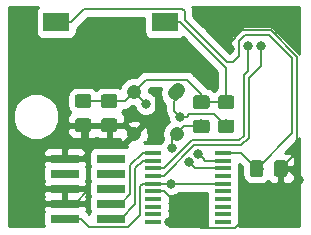
<source format=gbr>
G04 #@! TF.GenerationSoftware,KiCad,Pcbnew,(5.0.0)*
G04 #@! TF.CreationDate,2018-09-26T10:31:33+02:00*
G04 #@! TF.ProjectId,OpenThermalCamera,4F70656E546865726D616C43616D6572,rev?*
G04 #@! TF.SameCoordinates,Original*
G04 #@! TF.FileFunction,Copper,L2,Bot,Signal*
G04 #@! TF.FilePolarity,Positive*
%FSLAX46Y46*%
G04 Gerber Fmt 4.6, Leading zero omitted, Abs format (unit mm)*
G04 Created by KiCad (PCBNEW (5.0.0)) date 09/26/18 10:31:33*
%MOMM*%
%LPD*%
G01*
G04 APERTURE LIST*
G04 #@! TA.AperFunction,SMDPad,CuDef*
%ADD10R,2.180000X1.600000*%
G04 #@! TD*
G04 #@! TA.AperFunction,Conductor*
%ADD11C,0.100000*%
G04 #@! TD*
G04 #@! TA.AperFunction,SMDPad,CuDef*
%ADD12C,1.150000*%
G04 #@! TD*
G04 #@! TA.AperFunction,SMDPad,CuDef*
%ADD13R,2.400000X0.740000*%
G04 #@! TD*
G04 #@! TA.AperFunction,SMDPad,CuDef*
%ADD14R,1.450000X0.450000*%
G04 #@! TD*
G04 #@! TA.AperFunction,ComponentPad*
%ADD15C,1.200000*%
G04 #@! TD*
G04 #@! TA.AperFunction,Conductor*
%ADD16C,1.200000*%
G04 #@! TD*
G04 #@! TA.AperFunction,ViaPad*
%ADD17C,0.800000*%
G04 #@! TD*
G04 #@! TA.AperFunction,Conductor*
%ADD18C,0.200000*%
G04 #@! TD*
G04 #@! TA.AperFunction,Conductor*
%ADD19C,0.254000*%
G04 #@! TD*
G04 APERTURE END LIST*
D10*
G04 #@! TO.P,SW1,1*
G04 #@! TO.N,/BOOT0*
X31710000Y-29000000D03*
G04 #@! TO.P,SW1,2*
G04 #@! TO.N,+3V3*
X40890000Y-29000000D03*
G04 #@! TD*
D11*
G04 #@! TO.N,+3V3*
G04 #@! TO.C,C5*
G36*
X34474505Y-35101204D02*
X34498773Y-35104804D01*
X34522572Y-35110765D01*
X34545671Y-35119030D01*
X34567850Y-35129520D01*
X34588893Y-35142132D01*
X34608599Y-35156747D01*
X34626777Y-35173223D01*
X34643253Y-35191401D01*
X34657868Y-35211107D01*
X34670480Y-35232150D01*
X34680970Y-35254329D01*
X34689235Y-35277428D01*
X34695196Y-35301227D01*
X34698796Y-35325495D01*
X34700000Y-35349999D01*
X34700000Y-36000001D01*
X34698796Y-36024505D01*
X34695196Y-36048773D01*
X34689235Y-36072572D01*
X34680970Y-36095671D01*
X34670480Y-36117850D01*
X34657868Y-36138893D01*
X34643253Y-36158599D01*
X34626777Y-36176777D01*
X34608599Y-36193253D01*
X34588893Y-36207868D01*
X34567850Y-36220480D01*
X34545671Y-36230970D01*
X34522572Y-36239235D01*
X34498773Y-36245196D01*
X34474505Y-36248796D01*
X34450001Y-36250000D01*
X33549999Y-36250000D01*
X33525495Y-36248796D01*
X33501227Y-36245196D01*
X33477428Y-36239235D01*
X33454329Y-36230970D01*
X33432150Y-36220480D01*
X33411107Y-36207868D01*
X33391401Y-36193253D01*
X33373223Y-36176777D01*
X33356747Y-36158599D01*
X33342132Y-36138893D01*
X33329520Y-36117850D01*
X33319030Y-36095671D01*
X33310765Y-36072572D01*
X33304804Y-36048773D01*
X33301204Y-36024505D01*
X33300000Y-36000001D01*
X33300000Y-35349999D01*
X33301204Y-35325495D01*
X33304804Y-35301227D01*
X33310765Y-35277428D01*
X33319030Y-35254329D01*
X33329520Y-35232150D01*
X33342132Y-35211107D01*
X33356747Y-35191401D01*
X33373223Y-35173223D01*
X33391401Y-35156747D01*
X33411107Y-35142132D01*
X33432150Y-35129520D01*
X33454329Y-35119030D01*
X33477428Y-35110765D01*
X33501227Y-35104804D01*
X33525495Y-35101204D01*
X33549999Y-35100000D01*
X34450001Y-35100000D01*
X34474505Y-35101204D01*
X34474505Y-35101204D01*
G37*
D12*
G04 #@! TD*
G04 #@! TO.P,C5,1*
G04 #@! TO.N,+3V3*
X34000000Y-35675000D03*
D11*
G04 #@! TO.N,GND*
G04 #@! TO.C,C5*
G36*
X34474505Y-37151204D02*
X34498773Y-37154804D01*
X34522572Y-37160765D01*
X34545671Y-37169030D01*
X34567850Y-37179520D01*
X34588893Y-37192132D01*
X34608599Y-37206747D01*
X34626777Y-37223223D01*
X34643253Y-37241401D01*
X34657868Y-37261107D01*
X34670480Y-37282150D01*
X34680970Y-37304329D01*
X34689235Y-37327428D01*
X34695196Y-37351227D01*
X34698796Y-37375495D01*
X34700000Y-37399999D01*
X34700000Y-38050001D01*
X34698796Y-38074505D01*
X34695196Y-38098773D01*
X34689235Y-38122572D01*
X34680970Y-38145671D01*
X34670480Y-38167850D01*
X34657868Y-38188893D01*
X34643253Y-38208599D01*
X34626777Y-38226777D01*
X34608599Y-38243253D01*
X34588893Y-38257868D01*
X34567850Y-38270480D01*
X34545671Y-38280970D01*
X34522572Y-38289235D01*
X34498773Y-38295196D01*
X34474505Y-38298796D01*
X34450001Y-38300000D01*
X33549999Y-38300000D01*
X33525495Y-38298796D01*
X33501227Y-38295196D01*
X33477428Y-38289235D01*
X33454329Y-38280970D01*
X33432150Y-38270480D01*
X33411107Y-38257868D01*
X33391401Y-38243253D01*
X33373223Y-38226777D01*
X33356747Y-38208599D01*
X33342132Y-38188893D01*
X33329520Y-38167850D01*
X33319030Y-38145671D01*
X33310765Y-38122572D01*
X33304804Y-38098773D01*
X33301204Y-38074505D01*
X33300000Y-38050001D01*
X33300000Y-37399999D01*
X33301204Y-37375495D01*
X33304804Y-37351227D01*
X33310765Y-37327428D01*
X33319030Y-37304329D01*
X33329520Y-37282150D01*
X33342132Y-37261107D01*
X33356747Y-37241401D01*
X33373223Y-37223223D01*
X33391401Y-37206747D01*
X33411107Y-37192132D01*
X33432150Y-37179520D01*
X33454329Y-37169030D01*
X33477428Y-37160765D01*
X33501227Y-37154804D01*
X33525495Y-37151204D01*
X33549999Y-37150000D01*
X34450001Y-37150000D01*
X34474505Y-37151204D01*
X34474505Y-37151204D01*
G37*
D12*
G04 #@! TD*
G04 #@! TO.P,C5,2*
G04 #@! TO.N,GND*
X34000000Y-37725000D03*
D11*
G04 #@! TO.N,GND*
G04 #@! TO.C,C4*
G36*
X36674505Y-37151204D02*
X36698773Y-37154804D01*
X36722572Y-37160765D01*
X36745671Y-37169030D01*
X36767850Y-37179520D01*
X36788893Y-37192132D01*
X36808599Y-37206747D01*
X36826777Y-37223223D01*
X36843253Y-37241401D01*
X36857868Y-37261107D01*
X36870480Y-37282150D01*
X36880970Y-37304329D01*
X36889235Y-37327428D01*
X36895196Y-37351227D01*
X36898796Y-37375495D01*
X36900000Y-37399999D01*
X36900000Y-38050001D01*
X36898796Y-38074505D01*
X36895196Y-38098773D01*
X36889235Y-38122572D01*
X36880970Y-38145671D01*
X36870480Y-38167850D01*
X36857868Y-38188893D01*
X36843253Y-38208599D01*
X36826777Y-38226777D01*
X36808599Y-38243253D01*
X36788893Y-38257868D01*
X36767850Y-38270480D01*
X36745671Y-38280970D01*
X36722572Y-38289235D01*
X36698773Y-38295196D01*
X36674505Y-38298796D01*
X36650001Y-38300000D01*
X35749999Y-38300000D01*
X35725495Y-38298796D01*
X35701227Y-38295196D01*
X35677428Y-38289235D01*
X35654329Y-38280970D01*
X35632150Y-38270480D01*
X35611107Y-38257868D01*
X35591401Y-38243253D01*
X35573223Y-38226777D01*
X35556747Y-38208599D01*
X35542132Y-38188893D01*
X35529520Y-38167850D01*
X35519030Y-38145671D01*
X35510765Y-38122572D01*
X35504804Y-38098773D01*
X35501204Y-38074505D01*
X35500000Y-38050001D01*
X35500000Y-37399999D01*
X35501204Y-37375495D01*
X35504804Y-37351227D01*
X35510765Y-37327428D01*
X35519030Y-37304329D01*
X35529520Y-37282150D01*
X35542132Y-37261107D01*
X35556747Y-37241401D01*
X35573223Y-37223223D01*
X35591401Y-37206747D01*
X35611107Y-37192132D01*
X35632150Y-37179520D01*
X35654329Y-37169030D01*
X35677428Y-37160765D01*
X35701227Y-37154804D01*
X35725495Y-37151204D01*
X35749999Y-37150000D01*
X36650001Y-37150000D01*
X36674505Y-37151204D01*
X36674505Y-37151204D01*
G37*
D12*
G04 #@! TD*
G04 #@! TO.P,C4,2*
G04 #@! TO.N,GND*
X36200000Y-37725000D03*
D11*
G04 #@! TO.N,+3V3*
G04 #@! TO.C,C4*
G36*
X36674505Y-35101204D02*
X36698773Y-35104804D01*
X36722572Y-35110765D01*
X36745671Y-35119030D01*
X36767850Y-35129520D01*
X36788893Y-35142132D01*
X36808599Y-35156747D01*
X36826777Y-35173223D01*
X36843253Y-35191401D01*
X36857868Y-35211107D01*
X36870480Y-35232150D01*
X36880970Y-35254329D01*
X36889235Y-35277428D01*
X36895196Y-35301227D01*
X36898796Y-35325495D01*
X36900000Y-35349999D01*
X36900000Y-36000001D01*
X36898796Y-36024505D01*
X36895196Y-36048773D01*
X36889235Y-36072572D01*
X36880970Y-36095671D01*
X36870480Y-36117850D01*
X36857868Y-36138893D01*
X36843253Y-36158599D01*
X36826777Y-36176777D01*
X36808599Y-36193253D01*
X36788893Y-36207868D01*
X36767850Y-36220480D01*
X36745671Y-36230970D01*
X36722572Y-36239235D01*
X36698773Y-36245196D01*
X36674505Y-36248796D01*
X36650001Y-36250000D01*
X35749999Y-36250000D01*
X35725495Y-36248796D01*
X35701227Y-36245196D01*
X35677428Y-36239235D01*
X35654329Y-36230970D01*
X35632150Y-36220480D01*
X35611107Y-36207868D01*
X35591401Y-36193253D01*
X35573223Y-36176777D01*
X35556747Y-36158599D01*
X35542132Y-36138893D01*
X35529520Y-36117850D01*
X35519030Y-36095671D01*
X35510765Y-36072572D01*
X35504804Y-36048773D01*
X35501204Y-36024505D01*
X35500000Y-36000001D01*
X35500000Y-35349999D01*
X35501204Y-35325495D01*
X35504804Y-35301227D01*
X35510765Y-35277428D01*
X35519030Y-35254329D01*
X35529520Y-35232150D01*
X35542132Y-35211107D01*
X35556747Y-35191401D01*
X35573223Y-35173223D01*
X35591401Y-35156747D01*
X35611107Y-35142132D01*
X35632150Y-35129520D01*
X35654329Y-35119030D01*
X35677428Y-35110765D01*
X35701227Y-35104804D01*
X35725495Y-35101204D01*
X35749999Y-35100000D01*
X36650001Y-35100000D01*
X36674505Y-35101204D01*
X36674505Y-35101204D01*
G37*
D12*
G04 #@! TD*
G04 #@! TO.P,C4,1*
G04 #@! TO.N,+3V3*
X36200000Y-35675000D03*
D13*
G04 #@! TO.P,J1,1*
G04 #@! TO.N,+3V3*
X32450000Y-45640000D03*
G04 #@! TO.P,J1,2*
G04 #@! TO.N,/SWDIO*
X36350000Y-45640000D03*
G04 #@! TO.P,J1,3*
G04 #@! TO.N,GND*
X32450000Y-44370000D03*
G04 #@! TO.P,J1,4*
G04 #@! TO.N,/SWDCLK*
X36350000Y-44370000D03*
G04 #@! TO.P,J1,5*
G04 #@! TO.N,GND*
X32450000Y-43100000D03*
G04 #@! TO.P,J1,6*
G04 #@! TO.N,Net-(J1-Pad6)*
X36350000Y-43100000D03*
G04 #@! TO.P,J1,7*
G04 #@! TO.N,Net-(J1-Pad7)*
X32450000Y-41830000D03*
G04 #@! TO.P,J1,8*
G04 #@! TO.N,Net-(J1-Pad8)*
X36350000Y-41830000D03*
G04 #@! TO.P,J1,9*
G04 #@! TO.N,GND*
X32450000Y-40560000D03*
G04 #@! TO.P,J1,10*
G04 #@! TO.N,Net-(J1-Pad10)*
X36350000Y-40560000D03*
G04 #@! TD*
D14*
G04 #@! TO.P,U3,1*
G04 #@! TO.N,/BOOT0*
X45850000Y-40075000D03*
G04 #@! TO.P,U3,2*
G04 #@! TO.N,/I2C_SDA*
X45850000Y-40725000D03*
G04 #@! TO.P,U3,3*
G04 #@! TO.N,/I2C_SCL*
X45850000Y-41375000D03*
G04 #@! TO.P,U3,4*
G04 #@! TO.N,Net-(U3-Pad4)*
X45850000Y-42025000D03*
G04 #@! TO.P,U3,5*
G04 #@! TO.N,+3V3*
X45850000Y-42675000D03*
G04 #@! TO.P,U3,6*
G04 #@! TO.N,Net-(U3-Pad6)*
X45850000Y-43325000D03*
G04 #@! TO.P,U3,7*
G04 #@! TO.N,Net-(U3-Pad7)*
X45850000Y-43975000D03*
G04 #@! TO.P,U3,8*
G04 #@! TO.N,Net-(U3-Pad8)*
X45850000Y-44625000D03*
G04 #@! TO.P,U3,9*
G04 #@! TO.N,Net-(U3-Pad9)*
X45850000Y-45275000D03*
G04 #@! TO.P,U3,10*
G04 #@! TO.N,Net-(U3-Pad10)*
X45850000Y-45925000D03*
G04 #@! TO.P,U3,11*
G04 #@! TO.N,Net-(U3-Pad11)*
X39950000Y-45925000D03*
G04 #@! TO.P,U3,12*
G04 #@! TO.N,Net-(U3-Pad12)*
X39950000Y-45275000D03*
G04 #@! TO.P,U3,13*
G04 #@! TO.N,Net-(U3-Pad13)*
X39950000Y-44625000D03*
G04 #@! TO.P,U3,14*
G04 #@! TO.N,Net-(U3-Pad14)*
X39950000Y-43975000D03*
G04 #@! TO.P,U3,15*
G04 #@! TO.N,GND*
X39950000Y-43325000D03*
G04 #@! TO.P,U3,16*
G04 #@! TO.N,+3V3*
X39950000Y-42675000D03*
G04 #@! TO.P,U3,17*
G04 #@! TO.N,/USB_P*
X39950000Y-42025000D03*
G04 #@! TO.P,U3,18*
G04 #@! TO.N,/USB_N*
X39950000Y-41375000D03*
G04 #@! TO.P,U3,19*
G04 #@! TO.N,/SWDIO*
X39950000Y-40725000D03*
G04 #@! TO.P,U3,20*
G04 #@! TO.N,/SWDCLK*
X39950000Y-40075000D03*
G04 #@! TD*
D15*
G04 #@! TO.P,U1,1*
G04 #@! TO.N,/I2C_SDA*
X41900000Y-34900000D03*
D16*
G04 #@! TD*
G04 #@! TO.N,/I2C_SDA*
G04 #@! TO.C,U1*
X42041421Y-34758579D02*
X41758579Y-35041421D01*
D15*
G04 #@! TO.P,U1,2*
G04 #@! TO.N,+3V3*
X38307898Y-34900000D03*
D16*
G04 #@! TD*
G04 #@! TO.N,+3V3*
G04 #@! TO.C,U1*
X38307898Y-34900000D02*
X38307898Y-34900000D01*
D15*
G04 #@! TO.P,U1,3*
G04 #@! TO.N,GND*
X38307898Y-38492102D03*
D16*
G04 #@! TD*
G04 #@! TO.N,GND*
G04 #@! TO.C,U1*
X38307898Y-38492102D02*
X38307898Y-38492102D01*
D15*
G04 #@! TO.P,U1,4*
G04 #@! TO.N,/I2C_SCL*
X41900000Y-38492102D03*
D16*
G04 #@! TD*
G04 #@! TO.N,/I2C_SCL*
G04 #@! TO.C,U1*
X41900000Y-38492102D02*
X41900000Y-38492102D01*
D11*
G04 #@! TO.N,+3V3*
G04 #@! TO.C,R3*
G36*
X44474505Y-35201204D02*
X44498773Y-35204804D01*
X44522572Y-35210765D01*
X44545671Y-35219030D01*
X44567850Y-35229520D01*
X44588893Y-35242132D01*
X44608599Y-35256747D01*
X44626777Y-35273223D01*
X44643253Y-35291401D01*
X44657868Y-35311107D01*
X44670480Y-35332150D01*
X44680970Y-35354329D01*
X44689235Y-35377428D01*
X44695196Y-35401227D01*
X44698796Y-35425495D01*
X44700000Y-35449999D01*
X44700000Y-36100001D01*
X44698796Y-36124505D01*
X44695196Y-36148773D01*
X44689235Y-36172572D01*
X44680970Y-36195671D01*
X44670480Y-36217850D01*
X44657868Y-36238893D01*
X44643253Y-36258599D01*
X44626777Y-36276777D01*
X44608599Y-36293253D01*
X44588893Y-36307868D01*
X44567850Y-36320480D01*
X44545671Y-36330970D01*
X44522572Y-36339235D01*
X44498773Y-36345196D01*
X44474505Y-36348796D01*
X44450001Y-36350000D01*
X43549999Y-36350000D01*
X43525495Y-36348796D01*
X43501227Y-36345196D01*
X43477428Y-36339235D01*
X43454329Y-36330970D01*
X43432150Y-36320480D01*
X43411107Y-36307868D01*
X43391401Y-36293253D01*
X43373223Y-36276777D01*
X43356747Y-36258599D01*
X43342132Y-36238893D01*
X43329520Y-36217850D01*
X43319030Y-36195671D01*
X43310765Y-36172572D01*
X43304804Y-36148773D01*
X43301204Y-36124505D01*
X43300000Y-36100001D01*
X43300000Y-35449999D01*
X43301204Y-35425495D01*
X43304804Y-35401227D01*
X43310765Y-35377428D01*
X43319030Y-35354329D01*
X43329520Y-35332150D01*
X43342132Y-35311107D01*
X43356747Y-35291401D01*
X43373223Y-35273223D01*
X43391401Y-35256747D01*
X43411107Y-35242132D01*
X43432150Y-35229520D01*
X43454329Y-35219030D01*
X43477428Y-35210765D01*
X43501227Y-35204804D01*
X43525495Y-35201204D01*
X43549999Y-35200000D01*
X44450001Y-35200000D01*
X44474505Y-35201204D01*
X44474505Y-35201204D01*
G37*
D12*
G04 #@! TD*
G04 #@! TO.P,R3,1*
G04 #@! TO.N,+3V3*
X44000000Y-35775000D03*
D11*
G04 #@! TO.N,/I2C_SCL*
G04 #@! TO.C,R3*
G36*
X44474505Y-37251204D02*
X44498773Y-37254804D01*
X44522572Y-37260765D01*
X44545671Y-37269030D01*
X44567850Y-37279520D01*
X44588893Y-37292132D01*
X44608599Y-37306747D01*
X44626777Y-37323223D01*
X44643253Y-37341401D01*
X44657868Y-37361107D01*
X44670480Y-37382150D01*
X44680970Y-37404329D01*
X44689235Y-37427428D01*
X44695196Y-37451227D01*
X44698796Y-37475495D01*
X44700000Y-37499999D01*
X44700000Y-38150001D01*
X44698796Y-38174505D01*
X44695196Y-38198773D01*
X44689235Y-38222572D01*
X44680970Y-38245671D01*
X44670480Y-38267850D01*
X44657868Y-38288893D01*
X44643253Y-38308599D01*
X44626777Y-38326777D01*
X44608599Y-38343253D01*
X44588893Y-38357868D01*
X44567850Y-38370480D01*
X44545671Y-38380970D01*
X44522572Y-38389235D01*
X44498773Y-38395196D01*
X44474505Y-38398796D01*
X44450001Y-38400000D01*
X43549999Y-38400000D01*
X43525495Y-38398796D01*
X43501227Y-38395196D01*
X43477428Y-38389235D01*
X43454329Y-38380970D01*
X43432150Y-38370480D01*
X43411107Y-38357868D01*
X43391401Y-38343253D01*
X43373223Y-38326777D01*
X43356747Y-38308599D01*
X43342132Y-38288893D01*
X43329520Y-38267850D01*
X43319030Y-38245671D01*
X43310765Y-38222572D01*
X43304804Y-38198773D01*
X43301204Y-38174505D01*
X43300000Y-38150001D01*
X43300000Y-37499999D01*
X43301204Y-37475495D01*
X43304804Y-37451227D01*
X43310765Y-37427428D01*
X43319030Y-37404329D01*
X43329520Y-37382150D01*
X43342132Y-37361107D01*
X43356747Y-37341401D01*
X43373223Y-37323223D01*
X43391401Y-37306747D01*
X43411107Y-37292132D01*
X43432150Y-37279520D01*
X43454329Y-37269030D01*
X43477428Y-37260765D01*
X43501227Y-37254804D01*
X43525495Y-37251204D01*
X43549999Y-37250000D01*
X44450001Y-37250000D01*
X44474505Y-37251204D01*
X44474505Y-37251204D01*
G37*
D12*
G04 #@! TD*
G04 #@! TO.P,R3,2*
G04 #@! TO.N,/I2C_SCL*
X44000000Y-37825000D03*
D11*
G04 #@! TO.N,/I2C_SDA*
G04 #@! TO.C,R2*
G36*
X46574505Y-37251204D02*
X46598773Y-37254804D01*
X46622572Y-37260765D01*
X46645671Y-37269030D01*
X46667850Y-37279520D01*
X46688893Y-37292132D01*
X46708599Y-37306747D01*
X46726777Y-37323223D01*
X46743253Y-37341401D01*
X46757868Y-37361107D01*
X46770480Y-37382150D01*
X46780970Y-37404329D01*
X46789235Y-37427428D01*
X46795196Y-37451227D01*
X46798796Y-37475495D01*
X46800000Y-37499999D01*
X46800000Y-38150001D01*
X46798796Y-38174505D01*
X46795196Y-38198773D01*
X46789235Y-38222572D01*
X46780970Y-38245671D01*
X46770480Y-38267850D01*
X46757868Y-38288893D01*
X46743253Y-38308599D01*
X46726777Y-38326777D01*
X46708599Y-38343253D01*
X46688893Y-38357868D01*
X46667850Y-38370480D01*
X46645671Y-38380970D01*
X46622572Y-38389235D01*
X46598773Y-38395196D01*
X46574505Y-38398796D01*
X46550001Y-38400000D01*
X45649999Y-38400000D01*
X45625495Y-38398796D01*
X45601227Y-38395196D01*
X45577428Y-38389235D01*
X45554329Y-38380970D01*
X45532150Y-38370480D01*
X45511107Y-38357868D01*
X45491401Y-38343253D01*
X45473223Y-38326777D01*
X45456747Y-38308599D01*
X45442132Y-38288893D01*
X45429520Y-38267850D01*
X45419030Y-38245671D01*
X45410765Y-38222572D01*
X45404804Y-38198773D01*
X45401204Y-38174505D01*
X45400000Y-38150001D01*
X45400000Y-37499999D01*
X45401204Y-37475495D01*
X45404804Y-37451227D01*
X45410765Y-37427428D01*
X45419030Y-37404329D01*
X45429520Y-37382150D01*
X45442132Y-37361107D01*
X45456747Y-37341401D01*
X45473223Y-37323223D01*
X45491401Y-37306747D01*
X45511107Y-37292132D01*
X45532150Y-37279520D01*
X45554329Y-37269030D01*
X45577428Y-37260765D01*
X45601227Y-37254804D01*
X45625495Y-37251204D01*
X45649999Y-37250000D01*
X46550001Y-37250000D01*
X46574505Y-37251204D01*
X46574505Y-37251204D01*
G37*
D12*
G04 #@! TD*
G04 #@! TO.P,R2,2*
G04 #@! TO.N,/I2C_SDA*
X46100000Y-37825000D03*
D11*
G04 #@! TO.N,+3V3*
G04 #@! TO.C,R2*
G36*
X46574505Y-35201204D02*
X46598773Y-35204804D01*
X46622572Y-35210765D01*
X46645671Y-35219030D01*
X46667850Y-35229520D01*
X46688893Y-35242132D01*
X46708599Y-35256747D01*
X46726777Y-35273223D01*
X46743253Y-35291401D01*
X46757868Y-35311107D01*
X46770480Y-35332150D01*
X46780970Y-35354329D01*
X46789235Y-35377428D01*
X46795196Y-35401227D01*
X46798796Y-35425495D01*
X46800000Y-35449999D01*
X46800000Y-36100001D01*
X46798796Y-36124505D01*
X46795196Y-36148773D01*
X46789235Y-36172572D01*
X46780970Y-36195671D01*
X46770480Y-36217850D01*
X46757868Y-36238893D01*
X46743253Y-36258599D01*
X46726777Y-36276777D01*
X46708599Y-36293253D01*
X46688893Y-36307868D01*
X46667850Y-36320480D01*
X46645671Y-36330970D01*
X46622572Y-36339235D01*
X46598773Y-36345196D01*
X46574505Y-36348796D01*
X46550001Y-36350000D01*
X45649999Y-36350000D01*
X45625495Y-36348796D01*
X45601227Y-36345196D01*
X45577428Y-36339235D01*
X45554329Y-36330970D01*
X45532150Y-36320480D01*
X45511107Y-36307868D01*
X45491401Y-36293253D01*
X45473223Y-36276777D01*
X45456747Y-36258599D01*
X45442132Y-36238893D01*
X45429520Y-36217850D01*
X45419030Y-36195671D01*
X45410765Y-36172572D01*
X45404804Y-36148773D01*
X45401204Y-36124505D01*
X45400000Y-36100001D01*
X45400000Y-35449999D01*
X45401204Y-35425495D01*
X45404804Y-35401227D01*
X45410765Y-35377428D01*
X45419030Y-35354329D01*
X45429520Y-35332150D01*
X45442132Y-35311107D01*
X45456747Y-35291401D01*
X45473223Y-35273223D01*
X45491401Y-35256747D01*
X45511107Y-35242132D01*
X45532150Y-35229520D01*
X45554329Y-35219030D01*
X45577428Y-35210765D01*
X45601227Y-35204804D01*
X45625495Y-35201204D01*
X45649999Y-35200000D01*
X46550001Y-35200000D01*
X46574505Y-35201204D01*
X46574505Y-35201204D01*
G37*
D12*
G04 #@! TD*
G04 #@! TO.P,R2,1*
G04 #@! TO.N,+3V3*
X46100000Y-35775000D03*
D11*
G04 #@! TO.N,/BOOT0*
G04 #@! TO.C,R1*
G36*
X49024505Y-40701204D02*
X49048773Y-40704804D01*
X49072572Y-40710765D01*
X49095671Y-40719030D01*
X49117850Y-40729520D01*
X49138893Y-40742132D01*
X49158599Y-40756747D01*
X49176777Y-40773223D01*
X49193253Y-40791401D01*
X49207868Y-40811107D01*
X49220480Y-40832150D01*
X49230970Y-40854329D01*
X49239235Y-40877428D01*
X49245196Y-40901227D01*
X49248796Y-40925495D01*
X49250000Y-40949999D01*
X49250000Y-41850001D01*
X49248796Y-41874505D01*
X49245196Y-41898773D01*
X49239235Y-41922572D01*
X49230970Y-41945671D01*
X49220480Y-41967850D01*
X49207868Y-41988893D01*
X49193253Y-42008599D01*
X49176777Y-42026777D01*
X49158599Y-42043253D01*
X49138893Y-42057868D01*
X49117850Y-42070480D01*
X49095671Y-42080970D01*
X49072572Y-42089235D01*
X49048773Y-42095196D01*
X49024505Y-42098796D01*
X49000001Y-42100000D01*
X48349999Y-42100000D01*
X48325495Y-42098796D01*
X48301227Y-42095196D01*
X48277428Y-42089235D01*
X48254329Y-42080970D01*
X48232150Y-42070480D01*
X48211107Y-42057868D01*
X48191401Y-42043253D01*
X48173223Y-42026777D01*
X48156747Y-42008599D01*
X48142132Y-41988893D01*
X48129520Y-41967850D01*
X48119030Y-41945671D01*
X48110765Y-41922572D01*
X48104804Y-41898773D01*
X48101204Y-41874505D01*
X48100000Y-41850001D01*
X48100000Y-40949999D01*
X48101204Y-40925495D01*
X48104804Y-40901227D01*
X48110765Y-40877428D01*
X48119030Y-40854329D01*
X48129520Y-40832150D01*
X48142132Y-40811107D01*
X48156747Y-40791401D01*
X48173223Y-40773223D01*
X48191401Y-40756747D01*
X48211107Y-40742132D01*
X48232150Y-40729520D01*
X48254329Y-40719030D01*
X48277428Y-40710765D01*
X48301227Y-40704804D01*
X48325495Y-40701204D01*
X48349999Y-40700000D01*
X49000001Y-40700000D01*
X49024505Y-40701204D01*
X49024505Y-40701204D01*
G37*
D12*
G04 #@! TD*
G04 #@! TO.P,R1,1*
G04 #@! TO.N,/BOOT0*
X48675000Y-41400000D03*
D11*
G04 #@! TO.N,GND*
G04 #@! TO.C,R1*
G36*
X51074505Y-40701204D02*
X51098773Y-40704804D01*
X51122572Y-40710765D01*
X51145671Y-40719030D01*
X51167850Y-40729520D01*
X51188893Y-40742132D01*
X51208599Y-40756747D01*
X51226777Y-40773223D01*
X51243253Y-40791401D01*
X51257868Y-40811107D01*
X51270480Y-40832150D01*
X51280970Y-40854329D01*
X51289235Y-40877428D01*
X51295196Y-40901227D01*
X51298796Y-40925495D01*
X51300000Y-40949999D01*
X51300000Y-41850001D01*
X51298796Y-41874505D01*
X51295196Y-41898773D01*
X51289235Y-41922572D01*
X51280970Y-41945671D01*
X51270480Y-41967850D01*
X51257868Y-41988893D01*
X51243253Y-42008599D01*
X51226777Y-42026777D01*
X51208599Y-42043253D01*
X51188893Y-42057868D01*
X51167850Y-42070480D01*
X51145671Y-42080970D01*
X51122572Y-42089235D01*
X51098773Y-42095196D01*
X51074505Y-42098796D01*
X51050001Y-42100000D01*
X50399999Y-42100000D01*
X50375495Y-42098796D01*
X50351227Y-42095196D01*
X50327428Y-42089235D01*
X50304329Y-42080970D01*
X50282150Y-42070480D01*
X50261107Y-42057868D01*
X50241401Y-42043253D01*
X50223223Y-42026777D01*
X50206747Y-42008599D01*
X50192132Y-41988893D01*
X50179520Y-41967850D01*
X50169030Y-41945671D01*
X50160765Y-41922572D01*
X50154804Y-41898773D01*
X50151204Y-41874505D01*
X50150000Y-41850001D01*
X50150000Y-40949999D01*
X50151204Y-40925495D01*
X50154804Y-40901227D01*
X50160765Y-40877428D01*
X50169030Y-40854329D01*
X50179520Y-40832150D01*
X50192132Y-40811107D01*
X50206747Y-40791401D01*
X50223223Y-40773223D01*
X50241401Y-40756747D01*
X50261107Y-40742132D01*
X50282150Y-40729520D01*
X50304329Y-40719030D01*
X50327428Y-40710765D01*
X50351227Y-40704804D01*
X50375495Y-40701204D01*
X50399999Y-40700000D01*
X51050001Y-40700000D01*
X51074505Y-40701204D01*
X51074505Y-40701204D01*
G37*
D12*
G04 #@! TD*
G04 #@! TO.P,R1,2*
G04 #@! TO.N,GND*
X50725000Y-41400000D03*
D17*
G04 #@! TO.N,/I2C_SCL*
X41500000Y-39700000D03*
X42984307Y-40884307D03*
G04 #@! TO.N,GND*
X41300000Y-45900000D03*
X44800000Y-28200000D03*
X46400000Y-31300000D03*
X52300000Y-42400000D03*
X40200000Y-35000000D03*
X51400000Y-29100000D03*
X29200000Y-45200000D03*
X34400000Y-39300000D03*
X44700000Y-33600000D03*
X38300000Y-31900000D03*
X30500000Y-32000000D03*
G04 #@! TO.N,+3V3*
X41400000Y-42700000D03*
X39307898Y-35900000D03*
G04 #@! TO.N,/I2C_SDA*
X42200000Y-37000000D03*
X43734307Y-40134307D03*
G04 #@! TO.N,/USB_P*
X49025000Y-31000000D03*
G04 #@! TO.N,/USB_N*
X47975000Y-31000000D03*
G04 #@! TD*
D18*
G04 #@! TO.N,/I2C_SCL*
X42567102Y-37825000D02*
X44000000Y-37825000D01*
X41900000Y-38492102D02*
X42567102Y-37825000D01*
X41500000Y-38892102D02*
X41900000Y-38492102D01*
X41500000Y-39700000D02*
X41500000Y-38892102D01*
X43475000Y-41375000D02*
X43384306Y-41284306D01*
X43384306Y-41284306D02*
X42984307Y-40884307D01*
X45850000Y-41375000D02*
X43475000Y-41375000D01*
G04 #@! TO.N,GND*
X44800000Y-28200000D02*
X44800000Y-28765685D01*
X44800000Y-28765685D02*
X44800000Y-29500000D01*
X44800000Y-29500000D02*
X46400000Y-31100000D01*
X46400000Y-31100000D02*
X46400000Y-31300000D01*
X50725000Y-41400000D02*
X51300000Y-41400000D01*
X51300000Y-41400000D02*
X52300000Y-42400000D01*
X40875000Y-43325000D02*
X39950000Y-43325000D01*
X44000001Y-46450001D02*
X40875000Y-43325000D01*
X46815001Y-46450001D02*
X44000001Y-46450001D01*
X50725000Y-42540002D02*
X46815001Y-46450001D01*
X50725000Y-41400000D02*
X50725000Y-42540002D01*
X34000000Y-38000000D02*
X34000000Y-37725000D01*
X34400000Y-38400000D02*
X34000000Y-38000000D01*
X32450000Y-44370000D02*
X33280000Y-44370000D01*
X33280000Y-44370000D02*
X34400000Y-43250000D01*
X34000000Y-37725000D02*
X36200000Y-37725000D01*
X37540796Y-37725000D02*
X38307898Y-38492102D01*
X36200000Y-37725000D02*
X37540796Y-37725000D01*
X34400000Y-40010000D02*
X34400000Y-39300000D01*
X33850000Y-40560000D02*
X34400000Y-40010000D01*
X32450000Y-40560000D02*
X33850000Y-40560000D01*
X34400000Y-38800000D02*
X34400000Y-38400000D01*
X33850000Y-43100000D02*
X34400000Y-43100000D01*
X32450000Y-43100000D02*
X33850000Y-43100000D01*
X34400000Y-43250000D02*
X34400000Y-43100000D01*
X34400000Y-43100000D02*
X34400000Y-38800000D01*
X49865689Y-29699989D02*
X52100000Y-31934300D01*
X52100000Y-40025000D02*
X51348372Y-40776628D01*
X51348372Y-40776628D02*
X50725000Y-41400000D01*
X52100000Y-31934300D02*
X52100000Y-40025000D01*
X47434326Y-29699989D02*
X49865689Y-29699989D01*
X46400000Y-30734315D02*
X47434326Y-29699989D01*
X46400000Y-31300000D02*
X46400000Y-30734315D01*
X40200000Y-36600000D02*
X38307898Y-38492102D01*
X40200000Y-35000000D02*
X40200000Y-36600000D01*
X34400000Y-39300000D02*
X34400000Y-38800000D01*
G04 #@! TO.N,+3V3*
X37532898Y-35675000D02*
X36200000Y-35675000D01*
X38307898Y-34900000D02*
X37532898Y-35675000D01*
X34000000Y-35675000D02*
X36200000Y-35675000D01*
X44000000Y-35100000D02*
X44000000Y-35775000D01*
X42760852Y-33860852D02*
X44000000Y-35100000D01*
X39347046Y-33860852D02*
X42760852Y-33860852D01*
X38307898Y-34900000D02*
X39347046Y-33860852D01*
X44000000Y-35775000D02*
X46100000Y-35775000D01*
X39975000Y-42700000D02*
X39950000Y-42675000D01*
X41375000Y-42675000D02*
X41400000Y-42700000D01*
X39950000Y-42675000D02*
X41375000Y-42675000D01*
X45825000Y-42700000D02*
X45850000Y-42675000D01*
X41400000Y-42700000D02*
X45825000Y-42700000D01*
X39307898Y-35900000D02*
X38307898Y-34900000D01*
X46100000Y-35100000D02*
X46100000Y-35775000D01*
X46100000Y-32920000D02*
X46100000Y-35100000D01*
X42180000Y-29000000D02*
X46100000Y-32920000D01*
X40890000Y-29000000D02*
X42180000Y-29000000D01*
X39025000Y-42675000D02*
X39950000Y-42675000D01*
X38800000Y-42900000D02*
X39025000Y-42675000D01*
X38800000Y-45300002D02*
X38800000Y-42900000D01*
X34520001Y-46310001D02*
X37790001Y-46310001D01*
X37790001Y-46310001D02*
X38800000Y-45300002D01*
X33850000Y-45640000D02*
X34520001Y-46310001D01*
X32450000Y-45640000D02*
X33850000Y-45640000D01*
G04 #@! TO.N,/I2C_SDA*
X46100000Y-37825000D02*
X45075000Y-36800000D01*
X42965685Y-36800000D02*
X43300000Y-36800000D01*
X42765685Y-37000000D02*
X42965685Y-36800000D01*
X42200000Y-37000000D02*
X42765685Y-37000000D01*
X45075000Y-36800000D02*
X43300000Y-36800000D01*
X43300000Y-36800000D02*
X42976579Y-36800000D01*
X42200000Y-37000000D02*
X41700000Y-36500000D01*
X41900000Y-34900000D02*
X41900000Y-35500000D01*
X41700000Y-35700000D02*
X41700000Y-36500000D01*
X41900000Y-35500000D02*
X41700000Y-35700000D01*
X44134306Y-40534306D02*
X43734307Y-40134307D01*
X45850000Y-40725000D02*
X44325000Y-40725000D01*
X44325000Y-40725000D02*
X44134306Y-40534306D01*
G04 #@! TO.N,/BOOT0*
X47350000Y-40075000D02*
X48675000Y-41400000D01*
X45850000Y-40075000D02*
X47350000Y-40075000D01*
X51650001Y-38424999D02*
X48675000Y-41400000D01*
X49700000Y-30100000D02*
X51650001Y-32050001D01*
X51650001Y-32050001D02*
X51650001Y-38424999D01*
X47700000Y-30100000D02*
X49700000Y-30100000D01*
X47200000Y-30600000D02*
X47700000Y-30100000D01*
X47200000Y-31900000D02*
X47200000Y-30600000D01*
X46700000Y-32400000D02*
X47200000Y-31900000D01*
X46145700Y-32400000D02*
X46700000Y-32400000D01*
X31710000Y-29000000D02*
X33000000Y-29000000D01*
X33000000Y-29000000D02*
X34100001Y-27899999D01*
X34100001Y-27899999D02*
X42399999Y-27899999D01*
X43700011Y-29954311D02*
X46145700Y-32400000D01*
X43700011Y-29954311D02*
X43700011Y-29900011D01*
X42600000Y-28800000D02*
X42600000Y-28100000D01*
X43700011Y-29900011D02*
X42600000Y-28800000D01*
X42399999Y-27899999D02*
X42600000Y-28100000D01*
G04 #@! TO.N,/SWDIO*
X37180000Y-45640000D02*
X38399989Y-44420011D01*
X38399989Y-44420011D02*
X38399989Y-41350011D01*
X36350000Y-45640000D02*
X37180000Y-45640000D01*
X39025000Y-40725000D02*
X39950000Y-40725000D01*
X38399989Y-41350011D02*
X39025000Y-40725000D01*
G04 #@! TO.N,/SWDCLK*
X36350000Y-44370000D02*
X37180000Y-44370000D01*
X37999978Y-41100022D02*
X39025000Y-40075000D01*
X39025000Y-40075000D02*
X39950000Y-40075000D01*
X37999978Y-43550022D02*
X37999978Y-41100022D01*
X37180000Y-44370000D02*
X37999978Y-43550022D01*
G04 #@! TO.N,/USB_P*
X39950000Y-42025000D02*
X40450000Y-42025000D01*
X40450000Y-42025000D02*
X40524999Y-41950001D01*
X48025000Y-38793200D02*
X47393200Y-39425000D01*
X40807612Y-42025000D02*
X39950000Y-42025000D01*
X43407612Y-39425000D02*
X40807612Y-42025000D01*
X47393200Y-39425000D02*
X43407612Y-39425000D01*
X48025000Y-33693200D02*
X48025000Y-38793200D01*
X49025000Y-32693200D02*
X48025000Y-33693200D01*
X49025000Y-31000000D02*
X49025000Y-32693200D01*
G04 #@! TO.N,/USB_N*
X47206801Y-38974989D02*
X43221210Y-38974989D01*
X47975000Y-31000000D02*
X47975000Y-33106789D01*
X47574989Y-33506800D02*
X47574989Y-38606801D01*
X47574989Y-38606801D02*
X47206801Y-38974989D01*
X40821199Y-41375000D02*
X39950000Y-41375000D01*
X43221210Y-38974989D02*
X40821199Y-41375000D01*
X47975000Y-33106789D02*
X47574989Y-33506800D01*
G04 #@! TD*
D19*
G04 #@! TO.N,GND*
G36*
X52290000Y-46290000D02*
X47194593Y-46290000D01*
X47222440Y-46150000D01*
X47222440Y-45700000D01*
X47202549Y-45600000D01*
X47222440Y-45500000D01*
X47222440Y-45050000D01*
X47202549Y-44950000D01*
X47222440Y-44850000D01*
X47222440Y-44400000D01*
X47202549Y-44300000D01*
X47222440Y-44200000D01*
X47222440Y-43750000D01*
X47202549Y-43650000D01*
X47222440Y-43550000D01*
X47222440Y-43100000D01*
X47202549Y-43000000D01*
X47222440Y-42900000D01*
X47222440Y-42450000D01*
X47202549Y-42350000D01*
X47222440Y-42250000D01*
X47222440Y-41800000D01*
X47202549Y-41700000D01*
X47222440Y-41600000D01*
X47222440Y-41150000D01*
X47202549Y-41050000D01*
X47216320Y-40980767D01*
X47452560Y-41217006D01*
X47452560Y-41850001D01*
X47520873Y-42193436D01*
X47715414Y-42484586D01*
X48006564Y-42679127D01*
X48349999Y-42747440D01*
X49000001Y-42747440D01*
X49343436Y-42679127D01*
X49634586Y-42484586D01*
X49635377Y-42483403D01*
X49790302Y-42638327D01*
X50023691Y-42735000D01*
X50439250Y-42735000D01*
X50598000Y-42576250D01*
X50598000Y-41527000D01*
X50852000Y-41527000D01*
X50852000Y-42576250D01*
X51010750Y-42735000D01*
X51426309Y-42735000D01*
X51659698Y-42638327D01*
X51838327Y-42459699D01*
X51935000Y-42226310D01*
X51935000Y-41685750D01*
X51776250Y-41527000D01*
X50852000Y-41527000D01*
X50598000Y-41527000D01*
X50578000Y-41527000D01*
X50578000Y-41273000D01*
X50598000Y-41273000D01*
X50598000Y-41253000D01*
X50852000Y-41253000D01*
X50852000Y-41273000D01*
X51776250Y-41273000D01*
X51935000Y-41114250D01*
X51935000Y-40573690D01*
X51838327Y-40340301D01*
X51659698Y-40161673D01*
X51426309Y-40065000D01*
X51049447Y-40065000D01*
X52118538Y-38995908D01*
X52179906Y-38954904D01*
X52290000Y-38790136D01*
X52290000Y-46290000D01*
X52290000Y-46290000D01*
G37*
X52290000Y-46290000D02*
X47194593Y-46290000D01*
X47222440Y-46150000D01*
X47222440Y-45700000D01*
X47202549Y-45600000D01*
X47222440Y-45500000D01*
X47222440Y-45050000D01*
X47202549Y-44950000D01*
X47222440Y-44850000D01*
X47222440Y-44400000D01*
X47202549Y-44300000D01*
X47222440Y-44200000D01*
X47222440Y-43750000D01*
X47202549Y-43650000D01*
X47222440Y-43550000D01*
X47222440Y-43100000D01*
X47202549Y-43000000D01*
X47222440Y-42900000D01*
X47222440Y-42450000D01*
X47202549Y-42350000D01*
X47222440Y-42250000D01*
X47222440Y-41800000D01*
X47202549Y-41700000D01*
X47222440Y-41600000D01*
X47222440Y-41150000D01*
X47202549Y-41050000D01*
X47216320Y-40980767D01*
X47452560Y-41217006D01*
X47452560Y-41850001D01*
X47520873Y-42193436D01*
X47715414Y-42484586D01*
X48006564Y-42679127D01*
X48349999Y-42747440D01*
X49000001Y-42747440D01*
X49343436Y-42679127D01*
X49634586Y-42484586D01*
X49635377Y-42483403D01*
X49790302Y-42638327D01*
X50023691Y-42735000D01*
X50439250Y-42735000D01*
X50598000Y-42576250D01*
X50598000Y-41527000D01*
X50852000Y-41527000D01*
X50852000Y-42576250D01*
X51010750Y-42735000D01*
X51426309Y-42735000D01*
X51659698Y-42638327D01*
X51838327Y-42459699D01*
X51935000Y-42226310D01*
X51935000Y-41685750D01*
X51776250Y-41527000D01*
X50852000Y-41527000D01*
X50598000Y-41527000D01*
X50578000Y-41527000D01*
X50578000Y-41273000D01*
X50598000Y-41273000D01*
X50598000Y-41253000D01*
X50852000Y-41253000D01*
X50852000Y-41273000D01*
X51776250Y-41273000D01*
X51935000Y-41114250D01*
X51935000Y-40573690D01*
X51838327Y-40340301D01*
X51659698Y-40161673D01*
X51426309Y-40065000D01*
X51049447Y-40065000D01*
X52118538Y-38995908D01*
X52179906Y-38954904D01*
X52290000Y-38790136D01*
X52290000Y-46290000D01*
G36*
X44477560Y-43550000D02*
X44497451Y-43650000D01*
X44477560Y-43750000D01*
X44477560Y-44200000D01*
X44497451Y-44300000D01*
X44477560Y-44400000D01*
X44477560Y-44850000D01*
X44497451Y-44950000D01*
X44477560Y-45050000D01*
X44477560Y-45500000D01*
X44497451Y-45600000D01*
X44477560Y-45700000D01*
X44477560Y-46150000D01*
X44505407Y-46290000D01*
X41294593Y-46290000D01*
X41322440Y-46150000D01*
X41322440Y-45700000D01*
X41302549Y-45600000D01*
X41322440Y-45500000D01*
X41322440Y-45050000D01*
X41302549Y-44950000D01*
X41322440Y-44850000D01*
X41322440Y-44400000D01*
X41302549Y-44300000D01*
X41322440Y-44200000D01*
X41322440Y-43750000D01*
X41319456Y-43735000D01*
X41605874Y-43735000D01*
X41986280Y-43577431D01*
X42128711Y-43435000D01*
X44477560Y-43435000D01*
X44477560Y-43550000D01*
X44477560Y-43550000D01*
G37*
X44477560Y-43550000D02*
X44497451Y-43650000D01*
X44477560Y-43750000D01*
X44477560Y-44200000D01*
X44497451Y-44300000D01*
X44477560Y-44400000D01*
X44477560Y-44850000D01*
X44497451Y-44950000D01*
X44477560Y-45050000D01*
X44477560Y-45500000D01*
X44497451Y-45600000D01*
X44477560Y-45700000D01*
X44477560Y-46150000D01*
X44505407Y-46290000D01*
X41294593Y-46290000D01*
X41322440Y-46150000D01*
X41322440Y-45700000D01*
X41302549Y-45600000D01*
X41322440Y-45500000D01*
X41322440Y-45050000D01*
X41302549Y-44950000D01*
X41322440Y-44850000D01*
X41322440Y-44400000D01*
X41302549Y-44300000D01*
X41322440Y-44200000D01*
X41322440Y-43750000D01*
X41319456Y-43735000D01*
X41605874Y-43735000D01*
X41986280Y-43577431D01*
X42128711Y-43435000D01*
X44477560Y-43435000D01*
X44477560Y-43550000D01*
G36*
X30162191Y-27742191D02*
X30021843Y-27952235D01*
X29972560Y-28200000D01*
X29972560Y-29800000D01*
X30021843Y-30047765D01*
X30162191Y-30257809D01*
X30372235Y-30398157D01*
X30620000Y-30447440D01*
X32800000Y-30447440D01*
X33047765Y-30398157D01*
X33257809Y-30257809D01*
X33398157Y-30047765D01*
X33447440Y-29800000D01*
X33447440Y-29585006D01*
X33529905Y-29529905D01*
X33570911Y-29468535D01*
X34404448Y-28634999D01*
X39152560Y-28634999D01*
X39152560Y-29800000D01*
X39201843Y-30047765D01*
X39342191Y-30257809D01*
X39552235Y-30398157D01*
X39800000Y-30447440D01*
X41980000Y-30447440D01*
X42227765Y-30398157D01*
X42414163Y-30273609D01*
X45365000Y-33224447D01*
X45365001Y-34609249D01*
X45306564Y-34620873D01*
X45050000Y-34792304D01*
X44793436Y-34620873D01*
X44526408Y-34567758D01*
X44468538Y-34529091D01*
X43331763Y-33392317D01*
X43290757Y-33330947D01*
X43047635Y-33168498D01*
X42833240Y-33125852D01*
X42833236Y-33125852D01*
X42760852Y-33111454D01*
X42688468Y-33125852D01*
X39419429Y-33125852D01*
X39347045Y-33111454D01*
X39274661Y-33125852D01*
X39274658Y-33125852D01*
X39060263Y-33168498D01*
X38817141Y-33330947D01*
X38776136Y-33392315D01*
X38491188Y-33677264D01*
X38429534Y-33665000D01*
X38186262Y-33665000D01*
X37826025Y-33736656D01*
X37417513Y-34009615D01*
X37144554Y-34418127D01*
X37108785Y-34597947D01*
X36993436Y-34520873D01*
X36650001Y-34452560D01*
X35749999Y-34452560D01*
X35406564Y-34520873D01*
X35115414Y-34715414D01*
X35100000Y-34738483D01*
X35084586Y-34715414D01*
X34793436Y-34520873D01*
X34450001Y-34452560D01*
X33549999Y-34452560D01*
X33206564Y-34520873D01*
X32915414Y-34715414D01*
X32720873Y-35006564D01*
X32652560Y-35349999D01*
X32652560Y-36000001D01*
X32720873Y-36343436D01*
X32915414Y-36634586D01*
X32916597Y-36635377D01*
X32761673Y-36790302D01*
X32665000Y-37023691D01*
X32665000Y-37439250D01*
X32823750Y-37598000D01*
X33873000Y-37598000D01*
X33873000Y-37578000D01*
X34127000Y-37578000D01*
X34127000Y-37598000D01*
X36073000Y-37598000D01*
X36073000Y-37578000D01*
X36327000Y-37578000D01*
X36327000Y-37598000D01*
X37376250Y-37598000D01*
X37535000Y-37439250D01*
X37535000Y-37023691D01*
X37438327Y-36790302D01*
X37283403Y-36635377D01*
X37284586Y-36634586D01*
X37434650Y-36410000D01*
X37460514Y-36410000D01*
X37532898Y-36424398D01*
X37605282Y-36410000D01*
X37605286Y-36410000D01*
X37819681Y-36367354D01*
X38062803Y-36204905D01*
X38103809Y-36143535D01*
X38124608Y-36122736D01*
X38186262Y-36135000D01*
X38284962Y-36135000D01*
X38430467Y-36486280D01*
X38721618Y-36777431D01*
X39102024Y-36935000D01*
X39513772Y-36935000D01*
X39894178Y-36777431D01*
X40185329Y-36486280D01*
X40342898Y-36105874D01*
X40342898Y-35694126D01*
X40185329Y-35313720D01*
X39894178Y-35022569D01*
X39564294Y-34885927D01*
X39530634Y-34716710D01*
X39651493Y-34595852D01*
X40588014Y-34595852D01*
X40499385Y-35041421D01*
X40595235Y-35523293D01*
X40868194Y-35931806D01*
X40965000Y-35996490D01*
X40965000Y-36427616D01*
X40950602Y-36500000D01*
X40965000Y-36572384D01*
X40965000Y-36572388D01*
X40980319Y-36649399D01*
X41007646Y-36786782D01*
X41102758Y-36929127D01*
X41165000Y-37022278D01*
X41165000Y-37205874D01*
X41259737Y-37434591D01*
X41009615Y-37601717D01*
X40736656Y-38010229D01*
X40640805Y-38492102D01*
X40736656Y-38973975D01*
X40746933Y-38989356D01*
X40622569Y-39113720D01*
X40585770Y-39202560D01*
X39225000Y-39202560D01*
X39202450Y-39207046D01*
X39154105Y-39158701D01*
X39376395Y-39111429D01*
X39532067Y-38655390D01*
X39501370Y-38174491D01*
X39376387Y-37872780D01*
X39153407Y-37826198D01*
X38487503Y-38492102D01*
X38501646Y-38506244D01*
X38322041Y-38685850D01*
X38307898Y-38671707D01*
X37641994Y-39337611D01*
X37688576Y-39560591D01*
X37732847Y-39578930D01*
X37550000Y-39542560D01*
X35150000Y-39542560D01*
X34902235Y-39591843D01*
X34692191Y-39732191D01*
X34551843Y-39942235D01*
X34502560Y-40190000D01*
X34502560Y-40930000D01*
X34551843Y-41177765D01*
X34563359Y-41195000D01*
X34551843Y-41212235D01*
X34502560Y-41460000D01*
X34502560Y-42200000D01*
X34551843Y-42447765D01*
X34563359Y-42465000D01*
X34551843Y-42482235D01*
X34502560Y-42730000D01*
X34502560Y-43470000D01*
X34551843Y-43717765D01*
X34563359Y-43735000D01*
X34551843Y-43752235D01*
X34502560Y-44000000D01*
X34502560Y-44740000D01*
X34551843Y-44987765D01*
X34563359Y-45005000D01*
X34551843Y-45022235D01*
X34505362Y-45255915D01*
X34420911Y-45171465D01*
X34379905Y-45110095D01*
X34247950Y-45021926D01*
X34231031Y-44996604D01*
X34285000Y-44866310D01*
X34285000Y-44655750D01*
X34126250Y-44497000D01*
X32577000Y-44497000D01*
X32577000Y-44517000D01*
X32323000Y-44517000D01*
X32323000Y-44497000D01*
X30773750Y-44497000D01*
X30615000Y-44655750D01*
X30615000Y-44866310D01*
X30668969Y-44996604D01*
X30651843Y-45022235D01*
X30602560Y-45270000D01*
X30602560Y-46010000D01*
X30651843Y-46257765D01*
X30673382Y-46290000D01*
X27710000Y-46290000D01*
X27710000Y-43385750D01*
X30615000Y-43385750D01*
X30615000Y-43596310D01*
X30672447Y-43735000D01*
X30615000Y-43873690D01*
X30615000Y-44084250D01*
X30773750Y-44243000D01*
X32323000Y-44243000D01*
X32323000Y-43227000D01*
X32577000Y-43227000D01*
X32577000Y-44243000D01*
X34126250Y-44243000D01*
X34285000Y-44084250D01*
X34285000Y-43873690D01*
X34227553Y-43735000D01*
X34285000Y-43596310D01*
X34285000Y-43385750D01*
X34126250Y-43227000D01*
X32577000Y-43227000D01*
X32323000Y-43227000D01*
X30773750Y-43227000D01*
X30615000Y-43385750D01*
X27710000Y-43385750D01*
X27710000Y-41460000D01*
X30602560Y-41460000D01*
X30602560Y-42200000D01*
X30651843Y-42447765D01*
X30668969Y-42473396D01*
X30615000Y-42603690D01*
X30615000Y-42814250D01*
X30773750Y-42973000D01*
X32323000Y-42973000D01*
X32323000Y-42953000D01*
X32577000Y-42953000D01*
X32577000Y-42973000D01*
X34126250Y-42973000D01*
X34285000Y-42814250D01*
X34285000Y-42603690D01*
X34231031Y-42473396D01*
X34248157Y-42447765D01*
X34297440Y-42200000D01*
X34297440Y-41460000D01*
X34248157Y-41212235D01*
X34231031Y-41186604D01*
X34285000Y-41056310D01*
X34285000Y-40845750D01*
X34126250Y-40687000D01*
X32577000Y-40687000D01*
X32577000Y-40707000D01*
X32323000Y-40707000D01*
X32323000Y-40687000D01*
X30773750Y-40687000D01*
X30615000Y-40845750D01*
X30615000Y-41056310D01*
X30668969Y-41186604D01*
X30651843Y-41212235D01*
X30602560Y-41460000D01*
X27710000Y-41460000D01*
X27710000Y-40063690D01*
X30615000Y-40063690D01*
X30615000Y-40274250D01*
X30773750Y-40433000D01*
X32323000Y-40433000D01*
X32323000Y-39713750D01*
X32577000Y-39713750D01*
X32577000Y-40433000D01*
X34126250Y-40433000D01*
X34285000Y-40274250D01*
X34285000Y-40063690D01*
X34188327Y-39830301D01*
X34009698Y-39651673D01*
X33776309Y-39555000D01*
X32735750Y-39555000D01*
X32577000Y-39713750D01*
X32323000Y-39713750D01*
X32164250Y-39555000D01*
X31123691Y-39555000D01*
X30890302Y-39651673D01*
X30711673Y-39830301D01*
X30615000Y-40063690D01*
X27710000Y-40063690D01*
X27710000Y-36605159D01*
X28015000Y-36605159D01*
X28015000Y-37394841D01*
X28317199Y-38124412D01*
X28875588Y-38682801D01*
X29605159Y-38985000D01*
X30394841Y-38985000D01*
X31124412Y-38682801D01*
X31682801Y-38124412D01*
X31729881Y-38010750D01*
X32665000Y-38010750D01*
X32665000Y-38426309D01*
X32761673Y-38659698D01*
X32940301Y-38838327D01*
X33173690Y-38935000D01*
X33714250Y-38935000D01*
X33873000Y-38776250D01*
X33873000Y-37852000D01*
X34127000Y-37852000D01*
X34127000Y-38776250D01*
X34285750Y-38935000D01*
X34826310Y-38935000D01*
X35059699Y-38838327D01*
X35100000Y-38798026D01*
X35140301Y-38838327D01*
X35373690Y-38935000D01*
X35914250Y-38935000D01*
X36073000Y-38776250D01*
X36073000Y-37852000D01*
X36327000Y-37852000D01*
X36327000Y-38776250D01*
X36485750Y-38935000D01*
X37026310Y-38935000D01*
X37145820Y-38885497D01*
X37239409Y-39111424D01*
X37462389Y-39158006D01*
X38128293Y-38492102D01*
X37461693Y-37825503D01*
X37337093Y-37852000D01*
X36327000Y-37852000D01*
X36073000Y-37852000D01*
X34127000Y-37852000D01*
X33873000Y-37852000D01*
X32823750Y-37852000D01*
X32665000Y-38010750D01*
X31729881Y-38010750D01*
X31881008Y-37645897D01*
X37641299Y-37645897D01*
X38307898Y-38312497D01*
X38973802Y-37646593D01*
X38927220Y-37423613D01*
X38625509Y-37298630D01*
X38144610Y-37267933D01*
X37688571Y-37423605D01*
X37641299Y-37645897D01*
X31881008Y-37645897D01*
X31985000Y-37394841D01*
X31985000Y-36605159D01*
X31682801Y-35875588D01*
X31124412Y-35317199D01*
X30394841Y-35015000D01*
X29605159Y-35015000D01*
X28875588Y-35317199D01*
X28317199Y-35875588D01*
X28015000Y-36605159D01*
X27710000Y-36605159D01*
X27710000Y-27710000D01*
X30210368Y-27710000D01*
X30162191Y-27742191D01*
X30162191Y-27742191D01*
G37*
X30162191Y-27742191D02*
X30021843Y-27952235D01*
X29972560Y-28200000D01*
X29972560Y-29800000D01*
X30021843Y-30047765D01*
X30162191Y-30257809D01*
X30372235Y-30398157D01*
X30620000Y-30447440D01*
X32800000Y-30447440D01*
X33047765Y-30398157D01*
X33257809Y-30257809D01*
X33398157Y-30047765D01*
X33447440Y-29800000D01*
X33447440Y-29585006D01*
X33529905Y-29529905D01*
X33570911Y-29468535D01*
X34404448Y-28634999D01*
X39152560Y-28634999D01*
X39152560Y-29800000D01*
X39201843Y-30047765D01*
X39342191Y-30257809D01*
X39552235Y-30398157D01*
X39800000Y-30447440D01*
X41980000Y-30447440D01*
X42227765Y-30398157D01*
X42414163Y-30273609D01*
X45365000Y-33224447D01*
X45365001Y-34609249D01*
X45306564Y-34620873D01*
X45050000Y-34792304D01*
X44793436Y-34620873D01*
X44526408Y-34567758D01*
X44468538Y-34529091D01*
X43331763Y-33392317D01*
X43290757Y-33330947D01*
X43047635Y-33168498D01*
X42833240Y-33125852D01*
X42833236Y-33125852D01*
X42760852Y-33111454D01*
X42688468Y-33125852D01*
X39419429Y-33125852D01*
X39347045Y-33111454D01*
X39274661Y-33125852D01*
X39274658Y-33125852D01*
X39060263Y-33168498D01*
X38817141Y-33330947D01*
X38776136Y-33392315D01*
X38491188Y-33677264D01*
X38429534Y-33665000D01*
X38186262Y-33665000D01*
X37826025Y-33736656D01*
X37417513Y-34009615D01*
X37144554Y-34418127D01*
X37108785Y-34597947D01*
X36993436Y-34520873D01*
X36650001Y-34452560D01*
X35749999Y-34452560D01*
X35406564Y-34520873D01*
X35115414Y-34715414D01*
X35100000Y-34738483D01*
X35084586Y-34715414D01*
X34793436Y-34520873D01*
X34450001Y-34452560D01*
X33549999Y-34452560D01*
X33206564Y-34520873D01*
X32915414Y-34715414D01*
X32720873Y-35006564D01*
X32652560Y-35349999D01*
X32652560Y-36000001D01*
X32720873Y-36343436D01*
X32915414Y-36634586D01*
X32916597Y-36635377D01*
X32761673Y-36790302D01*
X32665000Y-37023691D01*
X32665000Y-37439250D01*
X32823750Y-37598000D01*
X33873000Y-37598000D01*
X33873000Y-37578000D01*
X34127000Y-37578000D01*
X34127000Y-37598000D01*
X36073000Y-37598000D01*
X36073000Y-37578000D01*
X36327000Y-37578000D01*
X36327000Y-37598000D01*
X37376250Y-37598000D01*
X37535000Y-37439250D01*
X37535000Y-37023691D01*
X37438327Y-36790302D01*
X37283403Y-36635377D01*
X37284586Y-36634586D01*
X37434650Y-36410000D01*
X37460514Y-36410000D01*
X37532898Y-36424398D01*
X37605282Y-36410000D01*
X37605286Y-36410000D01*
X37819681Y-36367354D01*
X38062803Y-36204905D01*
X38103809Y-36143535D01*
X38124608Y-36122736D01*
X38186262Y-36135000D01*
X38284962Y-36135000D01*
X38430467Y-36486280D01*
X38721618Y-36777431D01*
X39102024Y-36935000D01*
X39513772Y-36935000D01*
X39894178Y-36777431D01*
X40185329Y-36486280D01*
X40342898Y-36105874D01*
X40342898Y-35694126D01*
X40185329Y-35313720D01*
X39894178Y-35022569D01*
X39564294Y-34885927D01*
X39530634Y-34716710D01*
X39651493Y-34595852D01*
X40588014Y-34595852D01*
X40499385Y-35041421D01*
X40595235Y-35523293D01*
X40868194Y-35931806D01*
X40965000Y-35996490D01*
X40965000Y-36427616D01*
X40950602Y-36500000D01*
X40965000Y-36572384D01*
X40965000Y-36572388D01*
X40980319Y-36649399D01*
X41007646Y-36786782D01*
X41102758Y-36929127D01*
X41165000Y-37022278D01*
X41165000Y-37205874D01*
X41259737Y-37434591D01*
X41009615Y-37601717D01*
X40736656Y-38010229D01*
X40640805Y-38492102D01*
X40736656Y-38973975D01*
X40746933Y-38989356D01*
X40622569Y-39113720D01*
X40585770Y-39202560D01*
X39225000Y-39202560D01*
X39202450Y-39207046D01*
X39154105Y-39158701D01*
X39376395Y-39111429D01*
X39532067Y-38655390D01*
X39501370Y-38174491D01*
X39376387Y-37872780D01*
X39153407Y-37826198D01*
X38487503Y-38492102D01*
X38501646Y-38506244D01*
X38322041Y-38685850D01*
X38307898Y-38671707D01*
X37641994Y-39337611D01*
X37688576Y-39560591D01*
X37732847Y-39578930D01*
X37550000Y-39542560D01*
X35150000Y-39542560D01*
X34902235Y-39591843D01*
X34692191Y-39732191D01*
X34551843Y-39942235D01*
X34502560Y-40190000D01*
X34502560Y-40930000D01*
X34551843Y-41177765D01*
X34563359Y-41195000D01*
X34551843Y-41212235D01*
X34502560Y-41460000D01*
X34502560Y-42200000D01*
X34551843Y-42447765D01*
X34563359Y-42465000D01*
X34551843Y-42482235D01*
X34502560Y-42730000D01*
X34502560Y-43470000D01*
X34551843Y-43717765D01*
X34563359Y-43735000D01*
X34551843Y-43752235D01*
X34502560Y-44000000D01*
X34502560Y-44740000D01*
X34551843Y-44987765D01*
X34563359Y-45005000D01*
X34551843Y-45022235D01*
X34505362Y-45255915D01*
X34420911Y-45171465D01*
X34379905Y-45110095D01*
X34247950Y-45021926D01*
X34231031Y-44996604D01*
X34285000Y-44866310D01*
X34285000Y-44655750D01*
X34126250Y-44497000D01*
X32577000Y-44497000D01*
X32577000Y-44517000D01*
X32323000Y-44517000D01*
X32323000Y-44497000D01*
X30773750Y-44497000D01*
X30615000Y-44655750D01*
X30615000Y-44866310D01*
X30668969Y-44996604D01*
X30651843Y-45022235D01*
X30602560Y-45270000D01*
X30602560Y-46010000D01*
X30651843Y-46257765D01*
X30673382Y-46290000D01*
X27710000Y-46290000D01*
X27710000Y-43385750D01*
X30615000Y-43385750D01*
X30615000Y-43596310D01*
X30672447Y-43735000D01*
X30615000Y-43873690D01*
X30615000Y-44084250D01*
X30773750Y-44243000D01*
X32323000Y-44243000D01*
X32323000Y-43227000D01*
X32577000Y-43227000D01*
X32577000Y-44243000D01*
X34126250Y-44243000D01*
X34285000Y-44084250D01*
X34285000Y-43873690D01*
X34227553Y-43735000D01*
X34285000Y-43596310D01*
X34285000Y-43385750D01*
X34126250Y-43227000D01*
X32577000Y-43227000D01*
X32323000Y-43227000D01*
X30773750Y-43227000D01*
X30615000Y-43385750D01*
X27710000Y-43385750D01*
X27710000Y-41460000D01*
X30602560Y-41460000D01*
X30602560Y-42200000D01*
X30651843Y-42447765D01*
X30668969Y-42473396D01*
X30615000Y-42603690D01*
X30615000Y-42814250D01*
X30773750Y-42973000D01*
X32323000Y-42973000D01*
X32323000Y-42953000D01*
X32577000Y-42953000D01*
X32577000Y-42973000D01*
X34126250Y-42973000D01*
X34285000Y-42814250D01*
X34285000Y-42603690D01*
X34231031Y-42473396D01*
X34248157Y-42447765D01*
X34297440Y-42200000D01*
X34297440Y-41460000D01*
X34248157Y-41212235D01*
X34231031Y-41186604D01*
X34285000Y-41056310D01*
X34285000Y-40845750D01*
X34126250Y-40687000D01*
X32577000Y-40687000D01*
X32577000Y-40707000D01*
X32323000Y-40707000D01*
X32323000Y-40687000D01*
X30773750Y-40687000D01*
X30615000Y-40845750D01*
X30615000Y-41056310D01*
X30668969Y-41186604D01*
X30651843Y-41212235D01*
X30602560Y-41460000D01*
X27710000Y-41460000D01*
X27710000Y-40063690D01*
X30615000Y-40063690D01*
X30615000Y-40274250D01*
X30773750Y-40433000D01*
X32323000Y-40433000D01*
X32323000Y-39713750D01*
X32577000Y-39713750D01*
X32577000Y-40433000D01*
X34126250Y-40433000D01*
X34285000Y-40274250D01*
X34285000Y-40063690D01*
X34188327Y-39830301D01*
X34009698Y-39651673D01*
X33776309Y-39555000D01*
X32735750Y-39555000D01*
X32577000Y-39713750D01*
X32323000Y-39713750D01*
X32164250Y-39555000D01*
X31123691Y-39555000D01*
X30890302Y-39651673D01*
X30711673Y-39830301D01*
X30615000Y-40063690D01*
X27710000Y-40063690D01*
X27710000Y-36605159D01*
X28015000Y-36605159D01*
X28015000Y-37394841D01*
X28317199Y-38124412D01*
X28875588Y-38682801D01*
X29605159Y-38985000D01*
X30394841Y-38985000D01*
X31124412Y-38682801D01*
X31682801Y-38124412D01*
X31729881Y-38010750D01*
X32665000Y-38010750D01*
X32665000Y-38426309D01*
X32761673Y-38659698D01*
X32940301Y-38838327D01*
X33173690Y-38935000D01*
X33714250Y-38935000D01*
X33873000Y-38776250D01*
X33873000Y-37852000D01*
X34127000Y-37852000D01*
X34127000Y-38776250D01*
X34285750Y-38935000D01*
X34826310Y-38935000D01*
X35059699Y-38838327D01*
X35100000Y-38798026D01*
X35140301Y-38838327D01*
X35373690Y-38935000D01*
X35914250Y-38935000D01*
X36073000Y-38776250D01*
X36073000Y-37852000D01*
X36327000Y-37852000D01*
X36327000Y-38776250D01*
X36485750Y-38935000D01*
X37026310Y-38935000D01*
X37145820Y-38885497D01*
X37239409Y-39111424D01*
X37462389Y-39158006D01*
X38128293Y-38492102D01*
X37461693Y-37825503D01*
X37337093Y-37852000D01*
X36327000Y-37852000D01*
X36073000Y-37852000D01*
X34127000Y-37852000D01*
X33873000Y-37852000D01*
X32823750Y-37852000D01*
X32665000Y-38010750D01*
X31729881Y-38010750D01*
X31881008Y-37645897D01*
X37641299Y-37645897D01*
X38307898Y-38312497D01*
X38973802Y-37646593D01*
X38927220Y-37423613D01*
X38625509Y-37298630D01*
X38144610Y-37267933D01*
X37688571Y-37423605D01*
X37641299Y-37645897D01*
X31881008Y-37645897D01*
X31985000Y-37394841D01*
X31985000Y-36605159D01*
X31682801Y-35875588D01*
X31124412Y-35317199D01*
X30394841Y-35015000D01*
X29605159Y-35015000D01*
X28875588Y-35317199D01*
X28317199Y-35875588D01*
X28015000Y-36605159D01*
X27710000Y-36605159D01*
X27710000Y-27710000D01*
X30210368Y-27710000D01*
X30162191Y-27742191D01*
G36*
X52290001Y-31684864D02*
X52179906Y-31520096D01*
X52118539Y-31479092D01*
X50270911Y-29631465D01*
X50229905Y-29570095D01*
X49986783Y-29407646D01*
X49772388Y-29365000D01*
X49772384Y-29365000D01*
X49700000Y-29350602D01*
X49627616Y-29365000D01*
X47772384Y-29365000D01*
X47700000Y-29350602D01*
X47627616Y-29365000D01*
X47627612Y-29365000D01*
X47413217Y-29407646D01*
X47170095Y-29570095D01*
X47129090Y-29631463D01*
X46731463Y-30029091D01*
X46670096Y-30070095D01*
X46629092Y-30131462D01*
X46629091Y-30131463D01*
X46507646Y-30313218D01*
X46450602Y-30600000D01*
X46465001Y-30672389D01*
X46465000Y-31595553D01*
X46422850Y-31637703D01*
X44380265Y-29595119D01*
X44270920Y-29431473D01*
X44229916Y-29370106D01*
X44168548Y-29329101D01*
X43335000Y-28495554D01*
X43335000Y-28172383D01*
X43349398Y-28099999D01*
X43335000Y-28027615D01*
X43335000Y-28027612D01*
X43292354Y-27813217D01*
X43223387Y-27710000D01*
X52290001Y-27710000D01*
X52290001Y-31684864D01*
X52290001Y-31684864D01*
G37*
X52290001Y-31684864D02*
X52179906Y-31520096D01*
X52118539Y-31479092D01*
X50270911Y-29631465D01*
X50229905Y-29570095D01*
X49986783Y-29407646D01*
X49772388Y-29365000D01*
X49772384Y-29365000D01*
X49700000Y-29350602D01*
X49627616Y-29365000D01*
X47772384Y-29365000D01*
X47700000Y-29350602D01*
X47627616Y-29365000D01*
X47627612Y-29365000D01*
X47413217Y-29407646D01*
X47170095Y-29570095D01*
X47129090Y-29631463D01*
X46731463Y-30029091D01*
X46670096Y-30070095D01*
X46629092Y-30131462D01*
X46629091Y-30131463D01*
X46507646Y-30313218D01*
X46450602Y-30600000D01*
X46465001Y-30672389D01*
X46465000Y-31595553D01*
X46422850Y-31637703D01*
X44380265Y-29595119D01*
X44270920Y-29431473D01*
X44229916Y-29370106D01*
X44168548Y-29329101D01*
X43335000Y-28495554D01*
X43335000Y-28172383D01*
X43349398Y-28099999D01*
X43335000Y-28027615D01*
X43335000Y-28027612D01*
X43292354Y-27813217D01*
X43223387Y-27710000D01*
X52290001Y-27710000D01*
X52290001Y-31684864D01*
G04 #@! TD*
M02*

</source>
